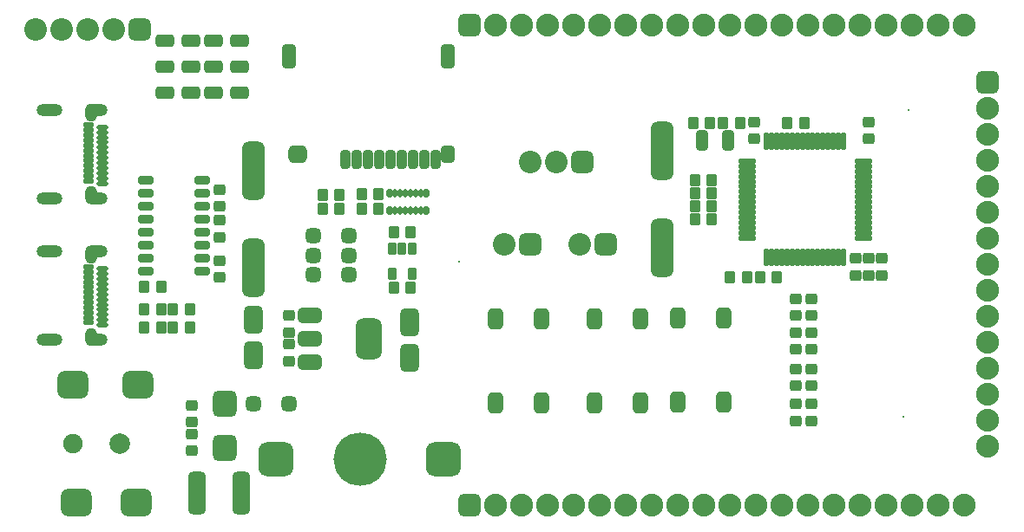
<source format=gts>
G04*
G04 #@! TF.GenerationSoftware,Altium Limited,Altium Designer,23.10.1 (27)*
G04*
G04 Layer_Color=8388736*
%FSLAX25Y25*%
%MOIN*%
G70*
G04*
G04 #@! TF.SameCoordinates,32BCE259-89C5-4998-93CB-A9973C1CCBB0*
G04*
G04*
G04 #@! TF.FilePolarity,Negative*
G04*
G01*
G75*
G04:AMPARAMS|DCode=43|XSize=224.53mil|YSize=86.74mil|CornerRadius=23.68mil|HoleSize=0mil|Usage=FLASHONLY|Rotation=90.000|XOffset=0mil|YOffset=0mil|HoleType=Round|Shape=RoundedRectangle|*
%AMROUNDEDRECTD43*
21,1,0.22453,0.03937,0,0,90.0*
21,1,0.17717,0.08674,0,0,90.0*
1,1,0.04737,0.01968,0.08858*
1,1,0.04737,0.01968,-0.08858*
1,1,0.04737,-0.01968,-0.08858*
1,1,0.04737,-0.01968,0.08858*
%
%ADD43ROUNDEDRECTD43*%
G04:AMPARAMS|DCode=44|XSize=55.24mil|YSize=94.61mil|CornerRadius=15.81mil|HoleSize=0mil|Usage=FLASHONLY|Rotation=180.000|XOffset=0mil|YOffset=0mil|HoleType=Round|Shape=RoundedRectangle|*
%AMROUNDEDRECTD44*
21,1,0.05524,0.06299,0,0,180.0*
21,1,0.02362,0.09461,0,0,180.0*
1,1,0.03162,-0.01181,0.03150*
1,1,0.03162,0.01181,0.03150*
1,1,0.03162,0.01181,-0.03150*
1,1,0.03162,-0.01181,-0.03150*
%
%ADD44ROUNDEDRECTD44*%
G04:AMPARAMS|DCode=45|XSize=38mil|YSize=73mil|CornerRadius=11.5mil|HoleSize=0mil|Usage=FLASHONLY|Rotation=180.000|XOffset=0mil|YOffset=0mil|HoleType=Round|Shape=RoundedRectangle|*
%AMROUNDEDRECTD45*
21,1,0.03800,0.05000,0,0,180.0*
21,1,0.01500,0.07300,0,0,180.0*
1,1,0.02300,-0.00750,0.02500*
1,1,0.02300,0.00750,0.02500*
1,1,0.02300,0.00750,-0.02500*
1,1,0.02300,-0.00750,-0.02500*
%
%ADD45ROUNDEDRECTD45*%
G04:AMPARAMS|DCode=46|XSize=70.99mil|YSize=67.06mil|CornerRadius=18.76mil|HoleSize=0mil|Usage=FLASHONLY|Rotation=180.000|XOffset=0mil|YOffset=0mil|HoleType=Round|Shape=RoundedRectangle|*
%AMROUNDEDRECTD46*
21,1,0.07099,0.02953,0,0,180.0*
21,1,0.03347,0.06706,0,0,180.0*
1,1,0.03753,-0.01673,0.01476*
1,1,0.03753,0.01673,0.01476*
1,1,0.03753,0.01673,-0.01476*
1,1,0.03753,-0.01673,-0.01476*
%
%ADD46ROUNDEDRECTD46*%
G04:AMPARAMS|DCode=47|XSize=55.24mil|YSize=67.06mil|CornerRadius=15.81mil|HoleSize=0mil|Usage=FLASHONLY|Rotation=180.000|XOffset=0mil|YOffset=0mil|HoleType=Round|Shape=RoundedRectangle|*
%AMROUNDEDRECTD47*
21,1,0.05524,0.03543,0,0,180.0*
21,1,0.02362,0.06706,0,0,180.0*
1,1,0.03162,-0.01181,0.01772*
1,1,0.03162,0.01181,0.01772*
1,1,0.03162,0.01181,-0.01772*
1,1,0.03162,-0.01181,-0.01772*
%
%ADD47ROUNDEDRECTD47*%
G04:AMPARAMS|DCode=48|XSize=48mil|YSize=43mil|CornerRadius=12.75mil|HoleSize=0mil|Usage=FLASHONLY|Rotation=270.000|XOffset=0mil|YOffset=0mil|HoleType=Round|Shape=RoundedRectangle|*
%AMROUNDEDRECTD48*
21,1,0.04800,0.01750,0,0,270.0*
21,1,0.02250,0.04300,0,0,270.0*
1,1,0.02550,-0.00875,-0.01125*
1,1,0.02550,-0.00875,0.01125*
1,1,0.02550,0.00875,0.01125*
1,1,0.02550,0.00875,-0.01125*
%
%ADD48ROUNDEDRECTD48*%
G04:AMPARAMS|DCode=49|XSize=23.75mil|YSize=33mil|CornerRadius=7.94mil|HoleSize=0mil|Usage=FLASHONLY|Rotation=180.000|XOffset=0mil|YOffset=0mil|HoleType=Round|Shape=RoundedRectangle|*
%AMROUNDEDRECTD49*
21,1,0.02375,0.01713,0,0,180.0*
21,1,0.00787,0.03300,0,0,180.0*
1,1,0.01587,-0.00394,0.00856*
1,1,0.01587,0.00394,0.00856*
1,1,0.01587,0.00394,-0.00856*
1,1,0.01587,-0.00394,-0.00856*
%
%ADD49ROUNDEDRECTD49*%
G04:AMPARAMS|DCode=50|XSize=19.81mil|YSize=33mil|CornerRadius=6.95mil|HoleSize=0mil|Usage=FLASHONLY|Rotation=180.000|XOffset=0mil|YOffset=0mil|HoleType=Round|Shape=RoundedRectangle|*
%AMROUNDEDRECTD50*
21,1,0.01981,0.01909,0,0,180.0*
21,1,0.00591,0.03300,0,0,180.0*
1,1,0.01391,-0.00295,0.00955*
1,1,0.01391,0.00295,0.00955*
1,1,0.01391,0.00295,-0.00955*
1,1,0.01391,-0.00295,-0.00955*
%
%ADD50ROUNDEDRECTD50*%
G04:AMPARAMS|DCode=51|XSize=58mil|YSize=83mil|CornerRadius=16.5mil|HoleSize=0mil|Usage=FLASHONLY|Rotation=180.000|XOffset=0mil|YOffset=0mil|HoleType=Round|Shape=RoundedRectangle|*
%AMROUNDEDRECTD51*
21,1,0.05800,0.05000,0,0,180.0*
21,1,0.02500,0.08300,0,0,180.0*
1,1,0.03300,-0.01250,0.02500*
1,1,0.03300,0.01250,0.02500*
1,1,0.03300,0.01250,-0.02500*
1,1,0.03300,-0.01250,-0.02500*
%
%ADD51ROUNDEDRECTD51*%
G04:AMPARAMS|DCode=52|XSize=48mil|YSize=43mil|CornerRadius=12.75mil|HoleSize=0mil|Usage=FLASHONLY|Rotation=0.000|XOffset=0mil|YOffset=0mil|HoleType=Round|Shape=RoundedRectangle|*
%AMROUNDEDRECTD52*
21,1,0.04800,0.01750,0,0,0.0*
21,1,0.02250,0.04300,0,0,0.0*
1,1,0.02550,0.01125,-0.00875*
1,1,0.02550,-0.01125,-0.00875*
1,1,0.02550,-0.01125,0.00875*
1,1,0.02550,0.01125,0.00875*
%
%ADD52ROUNDEDRECTD52*%
G04:AMPARAMS|DCode=53|XSize=19.81mil|YSize=45.4mil|CornerRadius=6.95mil|HoleSize=0mil|Usage=FLASHONLY|Rotation=270.000|XOffset=0mil|YOffset=0mil|HoleType=Round|Shape=RoundedRectangle|*
%AMROUNDEDRECTD53*
21,1,0.01981,0.03150,0,0,270.0*
21,1,0.00591,0.04540,0,0,270.0*
1,1,0.01391,-0.01575,-0.00295*
1,1,0.01391,-0.01575,0.00295*
1,1,0.01391,0.01575,0.00295*
1,1,0.01391,0.01575,-0.00295*
%
%ADD53ROUNDEDRECTD53*%
G04:AMPARAMS|DCode=54|XSize=19.81mil|YSize=41.47mil|CornerRadius=6.95mil|HoleSize=0mil|Usage=FLASHONLY|Rotation=270.000|XOffset=0mil|YOffset=0mil|HoleType=Round|Shape=RoundedRectangle|*
%AMROUNDEDRECTD54*
21,1,0.01981,0.02756,0,0,270.0*
21,1,0.00591,0.04147,0,0,270.0*
1,1,0.01391,-0.01378,-0.00295*
1,1,0.01391,-0.01378,0.00295*
1,1,0.01391,0.01378,0.00295*
1,1,0.01391,0.01378,-0.00295*
%
%ADD54ROUNDEDRECTD54*%
G04:AMPARAMS|DCode=55|XSize=68mil|YSize=19mil|CornerRadius=6.75mil|HoleSize=0mil|Usage=FLASHONLY|Rotation=0.000|XOffset=0mil|YOffset=0mil|HoleType=Round|Shape=RoundedRectangle|*
%AMROUNDEDRECTD55*
21,1,0.06800,0.00550,0,0,0.0*
21,1,0.05450,0.01900,0,0,0.0*
1,1,0.01350,0.02725,-0.00275*
1,1,0.01350,-0.02725,-0.00275*
1,1,0.01350,-0.02725,0.00275*
1,1,0.01350,0.02725,0.00275*
%
%ADD55ROUNDEDRECTD55*%
G04:AMPARAMS|DCode=56|XSize=19mil|YSize=68mil|CornerRadius=6.75mil|HoleSize=0mil|Usage=FLASHONLY|Rotation=0.000|XOffset=0mil|YOffset=0mil|HoleType=Round|Shape=RoundedRectangle|*
%AMROUNDEDRECTD56*
21,1,0.01900,0.05450,0,0,0.0*
21,1,0.00550,0.06800,0,0,0.0*
1,1,0.01350,0.00275,-0.02725*
1,1,0.01350,-0.00275,-0.02725*
1,1,0.01350,-0.00275,0.02725*
1,1,0.01350,0.00275,0.02725*
%
%ADD56ROUNDEDRECTD56*%
G04:AMPARAMS|DCode=57|XSize=48mil|YSize=78mil|CornerRadius=14mil|HoleSize=0mil|Usage=FLASHONLY|Rotation=180.000|XOffset=0mil|YOffset=0mil|HoleType=Round|Shape=RoundedRectangle|*
%AMROUNDEDRECTD57*
21,1,0.04800,0.05000,0,0,180.0*
21,1,0.02000,0.07800,0,0,180.0*
1,1,0.02800,-0.01000,0.02500*
1,1,0.02800,0.01000,0.02500*
1,1,0.02800,0.01000,-0.02500*
1,1,0.02800,-0.01000,-0.02500*
%
%ADD57ROUNDEDRECTD57*%
G04:AMPARAMS|DCode=58|XSize=48mil|YSize=73mil|CornerRadius=14mil|HoleSize=0mil|Usage=FLASHONLY|Rotation=90.000|XOffset=0mil|YOffset=0mil|HoleType=Round|Shape=RoundedRectangle|*
%AMROUNDEDRECTD58*
21,1,0.04800,0.04500,0,0,90.0*
21,1,0.02000,0.07300,0,0,90.0*
1,1,0.02800,0.02250,0.01000*
1,1,0.02800,0.02250,-0.01000*
1,1,0.02800,-0.02250,-0.01000*
1,1,0.02800,-0.02250,0.01000*
%
%ADD58ROUNDEDRECTD58*%
G04:AMPARAMS|DCode=59|XSize=48mil|YSize=36mil|CornerRadius=11mil|HoleSize=0mil|Usage=FLASHONLY|Rotation=270.000|XOffset=0mil|YOffset=0mil|HoleType=Round|Shape=RoundedRectangle|*
%AMROUNDEDRECTD59*
21,1,0.04800,0.01400,0,0,270.0*
21,1,0.02600,0.03600,0,0,270.0*
1,1,0.02200,-0.00700,-0.01300*
1,1,0.02200,-0.00700,0.01300*
1,1,0.02200,0.00700,0.01300*
1,1,0.02200,0.00700,-0.01300*
%
%ADD59ROUNDEDRECTD59*%
G04:AMPARAMS|DCode=60|XSize=158mil|YSize=98mil|CornerRadius=26.5mil|HoleSize=0mil|Usage=FLASHONLY|Rotation=270.000|XOffset=0mil|YOffset=0mil|HoleType=Round|Shape=RoundedRectangle|*
%AMROUNDEDRECTD60*
21,1,0.15800,0.04500,0,0,270.0*
21,1,0.10500,0.09800,0,0,270.0*
1,1,0.05300,-0.02250,-0.05250*
1,1,0.05300,-0.02250,0.05250*
1,1,0.05300,0.02250,0.05250*
1,1,0.05300,0.02250,-0.05250*
%
%ADD60ROUNDEDRECTD60*%
G04:AMPARAMS|DCode=61|XSize=58mil|YSize=93mil|CornerRadius=16.5mil|HoleSize=0mil|Usage=FLASHONLY|Rotation=270.000|XOffset=0mil|YOffset=0mil|HoleType=Round|Shape=RoundedRectangle|*
%AMROUNDEDRECTD61*
21,1,0.05800,0.06000,0,0,270.0*
21,1,0.02500,0.09300,0,0,270.0*
1,1,0.03300,-0.03000,-0.01250*
1,1,0.03300,-0.03000,0.01250*
1,1,0.03300,0.03000,0.01250*
1,1,0.03300,0.03000,-0.01250*
%
%ADD61ROUNDEDRECTD61*%
G04:AMPARAMS|DCode=62|XSize=108mil|YSize=73mil|CornerRadius=20.25mil|HoleSize=0mil|Usage=FLASHONLY|Rotation=90.000|XOffset=0mil|YOffset=0mil|HoleType=Round|Shape=RoundedRectangle|*
%AMROUNDEDRECTD62*
21,1,0.10800,0.03250,0,0,90.0*
21,1,0.06750,0.07300,0,0,90.0*
1,1,0.04050,0.01625,0.03375*
1,1,0.04050,0.01625,-0.03375*
1,1,0.04050,-0.01625,-0.03375*
1,1,0.04050,-0.01625,0.03375*
%
%ADD62ROUNDEDRECTD62*%
G04:AMPARAMS|DCode=63|XSize=133.98mil|YSize=133.98mil|CornerRadius=35.5mil|HoleSize=0mil|Usage=FLASHONLY|Rotation=180.000|XOffset=0mil|YOffset=0mil|HoleType=Round|Shape=RoundedRectangle|*
%AMROUNDEDRECTD63*
21,1,0.13398,0.06299,0,0,180.0*
21,1,0.06299,0.13398,0,0,180.0*
1,1,0.07099,-0.03150,0.03150*
1,1,0.07099,0.03150,0.03150*
1,1,0.07099,0.03150,-0.03150*
1,1,0.07099,-0.03150,-0.03150*
%
%ADD63ROUNDEDRECTD63*%
%ADD64C,0.20485*%
G04:AMPARAMS|DCode=65|XSize=59.58mil|YSize=32.41mil|CornerRadius=10.1mil|HoleSize=0mil|Usage=FLASHONLY|Rotation=180.000|XOffset=0mil|YOffset=0mil|HoleType=Round|Shape=RoundedRectangle|*
%AMROUNDEDRECTD65*
21,1,0.05958,0.01221,0,0,180.0*
21,1,0.03937,0.03241,0,0,180.0*
1,1,0.02020,-0.01968,0.00610*
1,1,0.02020,0.01968,0.00610*
1,1,0.02020,0.01968,-0.00610*
1,1,0.02020,-0.01968,-0.00610*
%
%ADD65ROUNDEDRECTD65*%
G04:AMPARAMS|DCode=66|XSize=58mil|YSize=58mil|CornerRadius=16.5mil|HoleSize=0mil|Usage=FLASHONLY|Rotation=180.000|XOffset=0mil|YOffset=0mil|HoleType=Round|Shape=RoundedRectangle|*
%AMROUNDEDRECTD66*
21,1,0.05800,0.02500,0,0,180.0*
21,1,0.02500,0.05800,0,0,180.0*
1,1,0.03300,-0.01250,0.01250*
1,1,0.03300,0.01250,0.01250*
1,1,0.03300,0.01250,-0.01250*
1,1,0.03300,-0.01250,-0.01250*
%
%ADD66ROUNDEDRECTD66*%
G04:AMPARAMS|DCode=67|XSize=118mil|YSize=108mil|CornerRadius=29mil|HoleSize=0mil|Usage=FLASHONLY|Rotation=0.000|XOffset=0mil|YOffset=0mil|HoleType=Round|Shape=RoundedRectangle|*
%AMROUNDEDRECTD67*
21,1,0.11800,0.05000,0,0,0.0*
21,1,0.06000,0.10800,0,0,0.0*
1,1,0.05800,0.03000,-0.02500*
1,1,0.05800,-0.03000,-0.02500*
1,1,0.05800,-0.03000,0.02500*
1,1,0.05800,0.03000,0.02500*
%
%ADD67ROUNDEDRECTD67*%
G04:AMPARAMS|DCode=68|XSize=102.49mil|YSize=94.61mil|CornerRadius=25.65mil|HoleSize=0mil|Usage=FLASHONLY|Rotation=270.000|XOffset=0mil|YOffset=0mil|HoleType=Round|Shape=RoundedRectangle|*
%AMROUNDEDRECTD68*
21,1,0.10249,0.04331,0,0,270.0*
21,1,0.05118,0.09461,0,0,270.0*
1,1,0.05131,-0.02165,-0.02559*
1,1,0.05131,-0.02165,0.02559*
1,1,0.05131,0.02165,0.02559*
1,1,0.05131,0.02165,-0.02559*
%
%ADD68ROUNDEDRECTD68*%
G04:AMPARAMS|DCode=69|XSize=67.06mil|YSize=165.48mil|CornerRadius=18.76mil|HoleSize=0mil|Usage=FLASHONLY|Rotation=180.000|XOffset=0mil|YOffset=0mil|HoleType=Round|Shape=RoundedRectangle|*
%AMROUNDEDRECTD69*
21,1,0.06706,0.12795,0,0,180.0*
21,1,0.02953,0.16548,0,0,180.0*
1,1,0.03753,-0.01476,0.06398*
1,1,0.03753,0.01476,0.06398*
1,1,0.03753,0.01476,-0.06398*
1,1,0.03753,-0.01476,-0.06398*
%
%ADD69ROUNDEDRECTD69*%
%ADD70C,0.08674*%
G04:AMPARAMS|DCode=71|XSize=86.74mil|YSize=86.74mil|CornerRadius=23.68mil|HoleSize=0mil|Usage=FLASHONLY|Rotation=0.000|XOffset=0mil|YOffset=0mil|HoleType=Round|Shape=RoundedRectangle|*
%AMROUNDEDRECTD71*
21,1,0.08674,0.03937,0,0,0.0*
21,1,0.03937,0.08674,0,0,0.0*
1,1,0.04737,0.01968,-0.01968*
1,1,0.04737,-0.01968,-0.01968*
1,1,0.04737,-0.01968,0.01968*
1,1,0.04737,0.01968,0.01968*
%
%ADD71ROUNDEDRECTD71*%
%ADD72O,0.08674X0.04737*%
%ADD73O,0.04540X0.07099*%
%ADD74O,0.09855X0.04737*%
%ADD75C,0.08800*%
G04:AMPARAMS|DCode=76|XSize=88mil|YSize=88mil|CornerRadius=24mil|HoleSize=0mil|Usage=FLASHONLY|Rotation=0.000|XOffset=0mil|YOffset=0mil|HoleType=Round|Shape=RoundedRectangle|*
%AMROUNDEDRECTD76*
21,1,0.08800,0.04000,0,0,0.0*
21,1,0.04000,0.08800,0,0,0.0*
1,1,0.04800,0.02000,-0.02000*
1,1,0.04800,-0.02000,-0.02000*
1,1,0.04800,-0.02000,0.02000*
1,1,0.04800,0.02000,0.02000*
%
%ADD76ROUNDEDRECTD76*%
%ADD77C,0.00800*%
G04:AMPARAMS|DCode=78|XSize=88mil|YSize=88mil|CornerRadius=24mil|HoleSize=0mil|Usage=FLASHONLY|Rotation=90.000|XOffset=0mil|YOffset=0mil|HoleType=Round|Shape=RoundedRectangle|*
%AMROUNDEDRECTD78*
21,1,0.08800,0.04000,0,0,90.0*
21,1,0.04000,0.08800,0,0,90.0*
1,1,0.04800,0.02000,0.02000*
1,1,0.04800,0.02000,-0.02000*
1,1,0.04800,-0.02000,-0.02000*
1,1,0.04800,-0.02000,0.02000*
%
%ADD78ROUNDEDRECTD78*%
%ADD79C,0.07887*%
%ADD80C,0.07493*%
D43*
X247000Y105299D02*
D03*
Y142701D02*
D03*
X90000Y135201D02*
D03*
Y97799D02*
D03*
D44*
X164709Y179173D02*
D03*
X103685D02*
D03*
D45*
X151323Y139409D02*
D03*
X146992D02*
D03*
X142661D02*
D03*
X138331D02*
D03*
X134000D02*
D03*
X129669D02*
D03*
X125339D02*
D03*
X159984D02*
D03*
X155654D02*
D03*
D46*
X107228Y141575D02*
D03*
D47*
X164709Y141378D02*
D03*
D48*
X116750Y120500D02*
D03*
X123250D02*
D03*
X116750Y125827D02*
D03*
X123250D02*
D03*
X131750Y120500D02*
D03*
X138250D02*
D03*
X131750Y126000D02*
D03*
X138250D02*
D03*
X259750Y131400D02*
D03*
X266250D02*
D03*
X144000Y111500D02*
D03*
X150500D02*
D03*
X273250Y94000D02*
D03*
X279750D02*
D03*
X284750D02*
D03*
X291250D02*
D03*
X259000Y153500D02*
D03*
X265500D02*
D03*
X301750D02*
D03*
X295250D02*
D03*
X277000D02*
D03*
X270500D02*
D03*
X259750Y126473D02*
D03*
X266250D02*
D03*
Y121473D02*
D03*
X259750D02*
D03*
X266250Y116573D02*
D03*
X259750D02*
D03*
X48250Y74673D02*
D03*
X54750D02*
D03*
X59250D02*
D03*
X65750D02*
D03*
X59250Y81673D02*
D03*
X65750D02*
D03*
X48250D02*
D03*
X54750D02*
D03*
X150500Y90000D02*
D03*
X144000D02*
D03*
X48250Y90500D02*
D03*
X54750D02*
D03*
D49*
X156587Y119653D02*
D03*
X142413Y119653D02*
D03*
Y126347D02*
D03*
X156587D02*
D03*
D50*
X152453D02*
D03*
X154421D02*
D03*
X144579Y119653D02*
D03*
X146547D02*
D03*
X148516D02*
D03*
X150484D02*
D03*
X152453D02*
D03*
X154421D02*
D03*
X144579Y126347D02*
D03*
X146547D02*
D03*
X148516D02*
D03*
X150484D02*
D03*
D51*
X221142Y45858D02*
D03*
Y78142D02*
D03*
X238858D02*
D03*
Y45858D02*
D03*
X253242Y46158D02*
D03*
Y78442D02*
D03*
X270958D02*
D03*
Y46158D02*
D03*
X183142Y78142D02*
D03*
Y45858D02*
D03*
X200858D02*
D03*
Y78142D02*
D03*
D52*
X103800Y68250D02*
D03*
Y61750D02*
D03*
Y79250D02*
D03*
Y72750D02*
D03*
X304327Y52250D02*
D03*
Y58750D02*
D03*
X298327Y52250D02*
D03*
Y58750D02*
D03*
X298500Y79250D02*
D03*
Y85750D02*
D03*
X304500Y79250D02*
D03*
Y85750D02*
D03*
X298500Y38750D02*
D03*
Y45250D02*
D03*
X304500Y38750D02*
D03*
Y45250D02*
D03*
Y66250D02*
D03*
Y72750D02*
D03*
X298500Y66250D02*
D03*
Y72750D02*
D03*
X321500Y94750D02*
D03*
Y101250D02*
D03*
X326500Y94750D02*
D03*
Y101250D02*
D03*
X331500Y94750D02*
D03*
Y101250D02*
D03*
X326500Y153750D02*
D03*
Y147250D02*
D03*
X282500Y153750D02*
D03*
Y147250D02*
D03*
X77000Y100530D02*
D03*
Y94029D02*
D03*
Y127750D02*
D03*
Y121250D02*
D03*
Y109529D02*
D03*
Y116030D02*
D03*
X66500Y27250D02*
D03*
Y33750D02*
D03*
Y38250D02*
D03*
Y44750D02*
D03*
D53*
X32187Y151835D02*
D03*
Y132150D02*
D03*
Y130181D02*
D03*
Y134118D02*
D03*
Y136087D02*
D03*
Y138055D02*
D03*
Y140024D02*
D03*
Y141992D02*
D03*
Y143961D02*
D03*
Y145929D02*
D03*
Y147898D02*
D03*
Y149866D02*
D03*
Y95366D02*
D03*
Y93398D02*
D03*
Y91429D02*
D03*
Y89461D02*
D03*
Y87492D02*
D03*
Y85524D02*
D03*
Y83555D02*
D03*
Y81587D02*
D03*
Y79618D02*
D03*
Y75681D02*
D03*
Y77650D02*
D03*
Y97335D02*
D03*
D54*
X26872Y152622D02*
D03*
Y150654D02*
D03*
Y148685D02*
D03*
Y146716D02*
D03*
Y144748D02*
D03*
Y142878D02*
D03*
Y140909D02*
D03*
Y138941D02*
D03*
Y136972D02*
D03*
Y135004D02*
D03*
Y133035D02*
D03*
Y131165D02*
D03*
Y76665D02*
D03*
Y78535D02*
D03*
Y80504D02*
D03*
Y82472D02*
D03*
Y84441D02*
D03*
Y86409D02*
D03*
Y88378D02*
D03*
Y90248D02*
D03*
Y92216D02*
D03*
Y94185D02*
D03*
Y96153D02*
D03*
Y98122D02*
D03*
D55*
X324323Y138764D02*
D03*
Y136795D02*
D03*
Y134827D02*
D03*
Y132858D02*
D03*
Y130890D02*
D03*
Y128921D02*
D03*
Y126953D02*
D03*
Y124984D02*
D03*
Y123016D02*
D03*
Y121047D02*
D03*
Y119079D02*
D03*
Y117110D02*
D03*
Y115142D02*
D03*
Y113173D02*
D03*
Y111205D02*
D03*
Y109236D02*
D03*
X279677D02*
D03*
Y111205D02*
D03*
Y113173D02*
D03*
Y115142D02*
D03*
Y117110D02*
D03*
Y119079D02*
D03*
Y121047D02*
D03*
Y123016D02*
D03*
Y124984D02*
D03*
Y126953D02*
D03*
Y128921D02*
D03*
Y130890D02*
D03*
Y132858D02*
D03*
Y134827D02*
D03*
Y136795D02*
D03*
Y138764D02*
D03*
D56*
X287236Y146323D02*
D03*
X289205D02*
D03*
X291173D02*
D03*
X293142D02*
D03*
X295110D02*
D03*
X297079D02*
D03*
X299047D02*
D03*
X301016D02*
D03*
X302984D02*
D03*
X304953D02*
D03*
X306921D02*
D03*
X308890D02*
D03*
X310858D02*
D03*
X312827D02*
D03*
X314795D02*
D03*
X316764D02*
D03*
Y101677D02*
D03*
X314795D02*
D03*
X312827D02*
D03*
X310858D02*
D03*
X308890D02*
D03*
X306921D02*
D03*
X304953D02*
D03*
X302984D02*
D03*
X301016D02*
D03*
X299047D02*
D03*
X297079D02*
D03*
X295110D02*
D03*
X293142D02*
D03*
X291173D02*
D03*
X289205D02*
D03*
X287236D02*
D03*
D57*
X272500Y146673D02*
D03*
X262500D02*
D03*
D58*
X66200Y185000D02*
D03*
Y165000D02*
D03*
Y175000D02*
D03*
X56200Y165000D02*
D03*
Y175000D02*
D03*
Y185000D02*
D03*
X74700D02*
D03*
Y175000D02*
D03*
Y165000D02*
D03*
X84700Y175000D02*
D03*
Y165000D02*
D03*
Y185000D02*
D03*
D59*
X147240Y104949D02*
D03*
X143500Y95500D02*
D03*
Y104949D02*
D03*
X150980D02*
D03*
Y95500D02*
D03*
D60*
X134617Y70500D02*
D03*
D61*
X111783Y61445D02*
D03*
Y70500D02*
D03*
Y79555D02*
D03*
D62*
X150000Y76890D02*
D03*
Y63110D02*
D03*
X90000Y77890D02*
D03*
Y64110D02*
D03*
D63*
X98716Y24000D02*
D03*
X163284D02*
D03*
D64*
X131000D02*
D03*
D65*
X48673Y96300D02*
D03*
Y101300D02*
D03*
X70327Y131300D02*
D03*
X48673Y126300D02*
D03*
X70327D02*
D03*
Y116300D02*
D03*
X48673Y131300D02*
D03*
X70327Y121300D02*
D03*
X48673D02*
D03*
Y116300D02*
D03*
Y106300D02*
D03*
X70327Y111300D02*
D03*
Y106300D02*
D03*
Y96300D02*
D03*
X48673Y111300D02*
D03*
X70327Y101300D02*
D03*
D66*
X90250Y45500D02*
D03*
X103750D02*
D03*
X126750Y102500D02*
D03*
X113250D02*
D03*
X126750Y95000D02*
D03*
X113250D02*
D03*
X126750Y110000D02*
D03*
X113250D02*
D03*
D67*
X45206Y7463D02*
D03*
X22158Y7362D02*
D03*
X20890Y52637D02*
D03*
X45693D02*
D03*
D68*
X79000Y45465D02*
D03*
Y28535D02*
D03*
D69*
X85465Y11000D02*
D03*
X68535D02*
D03*
D70*
X186500Y106700D02*
D03*
X196500Y138500D02*
D03*
X206500D02*
D03*
X215500Y106700D02*
D03*
X6500Y189400D02*
D03*
X16500D02*
D03*
X26500D02*
D03*
X36500D02*
D03*
D71*
X196500Y106700D02*
D03*
X216500Y138500D02*
D03*
X225500Y106700D02*
D03*
X46500Y189400D02*
D03*
D72*
X29726Y158528D02*
D03*
Y124472D02*
D03*
Y69972D02*
D03*
Y104027D02*
D03*
D73*
X27659Y157346D02*
D03*
X27659Y125654D02*
D03*
Y71153D02*
D03*
X27659Y102847D02*
D03*
D74*
X11813Y124472D02*
D03*
Y158528D02*
D03*
Y104028D02*
D03*
Y69972D02*
D03*
D75*
X372000Y29000D02*
D03*
Y39000D02*
D03*
Y49000D02*
D03*
Y59000D02*
D03*
Y69000D02*
D03*
Y159000D02*
D03*
Y149000D02*
D03*
Y139000D02*
D03*
Y129000D02*
D03*
Y119000D02*
D03*
Y109000D02*
D03*
Y89000D02*
D03*
Y99000D02*
D03*
Y79000D02*
D03*
X263000Y6500D02*
D03*
X243000D02*
D03*
X253000D02*
D03*
X233000D02*
D03*
X223000D02*
D03*
X213000D02*
D03*
X203000D02*
D03*
X193000D02*
D03*
X183000D02*
D03*
X273000D02*
D03*
X283000D02*
D03*
X293000D02*
D03*
X303000D02*
D03*
X313000D02*
D03*
X323000D02*
D03*
X333000D02*
D03*
X343000D02*
D03*
X353000D02*
D03*
X363000D02*
D03*
X263000Y191000D02*
D03*
X243000D02*
D03*
X253000D02*
D03*
X233000D02*
D03*
X223000D02*
D03*
X213000D02*
D03*
X203000D02*
D03*
X193000D02*
D03*
X183000D02*
D03*
X273000D02*
D03*
X283000D02*
D03*
X293000D02*
D03*
X303000D02*
D03*
X313000D02*
D03*
X323000D02*
D03*
X333000D02*
D03*
X343000D02*
D03*
X353000D02*
D03*
X363000D02*
D03*
D76*
X372000Y169000D02*
D03*
D77*
X169000Y100000D02*
D03*
X341638Y158555D02*
D03*
X339669Y40445D02*
D03*
D78*
X173000Y6500D02*
D03*
Y191000D02*
D03*
D79*
X38791Y30000D02*
D03*
D80*
X20791D02*
D03*
M02*

</source>
